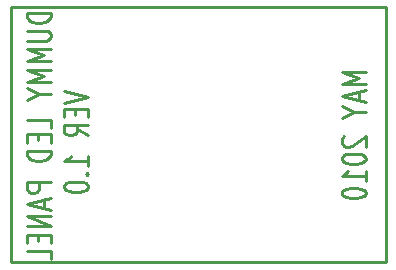
<source format=gbo>
G04 (created by PCBNEW-RS274X (20100406 SVN-R2509)-final) date Tue 04 May 2010 02:57:58 PM PDT*
G01*
G70*
G90*
%MOIN*%
G04 Gerber Fmt 3.4, Leading zero omitted, Abs format*
%FSLAX34Y34*%
G04 APERTURE LIST*
%ADD10C,0.001000*%
%ADD11C,0.009000*%
%ADD12C,0.010000*%
G04 APERTURE END LIST*
G54D10*
G54D11*
X64750Y-36750D02*
X52250Y-36750D01*
X64750Y-45250D02*
X64750Y-36750D01*
X52250Y-45250D02*
X64750Y-45250D01*
X52250Y-36750D02*
X52250Y-45250D01*
G54D12*
X64074Y-38916D02*
X63274Y-38916D01*
X63845Y-39116D01*
X63274Y-39316D01*
X64074Y-39316D01*
X63845Y-39573D02*
X63845Y-39859D01*
X64074Y-39516D02*
X63274Y-39716D01*
X64074Y-39916D01*
X63693Y-40230D02*
X64074Y-40230D01*
X63274Y-40030D02*
X63693Y-40230D01*
X63274Y-40430D01*
X63350Y-41058D02*
X63312Y-41087D01*
X63274Y-41144D01*
X63274Y-41287D01*
X63312Y-41344D01*
X63350Y-41373D01*
X63426Y-41401D01*
X63502Y-41401D01*
X63617Y-41373D01*
X64074Y-41030D01*
X64074Y-41401D01*
X63274Y-41772D02*
X63274Y-41829D01*
X63312Y-41886D01*
X63350Y-41915D01*
X63426Y-41944D01*
X63579Y-41972D01*
X63769Y-41972D01*
X63921Y-41944D01*
X63998Y-41915D01*
X64036Y-41886D01*
X64074Y-41829D01*
X64074Y-41772D01*
X64036Y-41715D01*
X63998Y-41686D01*
X63921Y-41658D01*
X63769Y-41629D01*
X63579Y-41629D01*
X63426Y-41658D01*
X63350Y-41686D01*
X63312Y-41715D01*
X63274Y-41772D01*
X64074Y-42543D02*
X64074Y-42200D01*
X64074Y-42372D02*
X63274Y-42372D01*
X63388Y-42315D01*
X63464Y-42257D01*
X63502Y-42200D01*
X63274Y-42914D02*
X63274Y-42971D01*
X63312Y-43028D01*
X63350Y-43057D01*
X63426Y-43086D01*
X63579Y-43114D01*
X63769Y-43114D01*
X63921Y-43086D01*
X63998Y-43057D01*
X64036Y-43028D01*
X64074Y-42971D01*
X64074Y-42914D01*
X64036Y-42857D01*
X63998Y-42828D01*
X63921Y-42800D01*
X63769Y-42771D01*
X63579Y-42771D01*
X63426Y-42800D01*
X63350Y-42828D01*
X63312Y-42857D01*
X63274Y-42914D01*
X54024Y-39536D02*
X54824Y-39736D01*
X54024Y-39936D01*
X54405Y-40136D02*
X54405Y-40336D01*
X54824Y-40422D02*
X54824Y-40136D01*
X54024Y-40136D01*
X54024Y-40422D01*
X54824Y-41022D02*
X54443Y-40822D01*
X54824Y-40679D02*
X54024Y-40679D01*
X54024Y-40907D01*
X54062Y-40965D01*
X54100Y-40993D01*
X54176Y-41022D01*
X54290Y-41022D01*
X54367Y-40993D01*
X54405Y-40965D01*
X54443Y-40907D01*
X54443Y-40679D01*
X54824Y-42050D02*
X54824Y-41707D01*
X54824Y-41879D02*
X54024Y-41879D01*
X54138Y-41822D01*
X54214Y-41764D01*
X54252Y-41707D01*
X54748Y-42307D02*
X54786Y-42335D01*
X54824Y-42307D01*
X54786Y-42278D01*
X54748Y-42307D01*
X54824Y-42307D01*
X54024Y-42707D02*
X54024Y-42764D01*
X54062Y-42821D01*
X54100Y-42850D01*
X54176Y-42879D01*
X54329Y-42907D01*
X54519Y-42907D01*
X54671Y-42879D01*
X54748Y-42850D01*
X54786Y-42821D01*
X54824Y-42764D01*
X54824Y-42707D01*
X54786Y-42650D01*
X54748Y-42621D01*
X54671Y-42593D01*
X54519Y-42564D01*
X54329Y-42564D01*
X54176Y-42593D01*
X54100Y-42621D01*
X54062Y-42650D01*
X54024Y-42707D01*
X53574Y-36928D02*
X52774Y-36928D01*
X52774Y-37071D01*
X52812Y-37156D01*
X52888Y-37214D01*
X52964Y-37242D01*
X53117Y-37271D01*
X53231Y-37271D01*
X53383Y-37242D01*
X53460Y-37214D01*
X53536Y-37156D01*
X53574Y-37071D01*
X53574Y-36928D01*
X52774Y-37528D02*
X53421Y-37528D01*
X53498Y-37556D01*
X53536Y-37585D01*
X53574Y-37642D01*
X53574Y-37756D01*
X53536Y-37814D01*
X53498Y-37842D01*
X53421Y-37871D01*
X52774Y-37871D01*
X53574Y-38157D02*
X52774Y-38157D01*
X53345Y-38357D01*
X52774Y-38557D01*
X53574Y-38557D01*
X53574Y-38843D02*
X52774Y-38843D01*
X53345Y-39043D01*
X52774Y-39243D01*
X53574Y-39243D01*
X53193Y-39643D02*
X53574Y-39643D01*
X52774Y-39443D02*
X53193Y-39643D01*
X52774Y-39843D01*
X53574Y-40786D02*
X53574Y-40500D01*
X52774Y-40500D01*
X53155Y-40986D02*
X53155Y-41186D01*
X53574Y-41272D02*
X53574Y-40986D01*
X52774Y-40986D01*
X52774Y-41272D01*
X53574Y-41529D02*
X52774Y-41529D01*
X52774Y-41672D01*
X52812Y-41757D01*
X52888Y-41815D01*
X52964Y-41843D01*
X53117Y-41872D01*
X53231Y-41872D01*
X53383Y-41843D01*
X53460Y-41815D01*
X53536Y-41757D01*
X53574Y-41672D01*
X53574Y-41529D01*
X53574Y-42586D02*
X52774Y-42586D01*
X52774Y-42814D01*
X52812Y-42872D01*
X52850Y-42900D01*
X52926Y-42929D01*
X53040Y-42929D01*
X53117Y-42900D01*
X53155Y-42872D01*
X53193Y-42814D01*
X53193Y-42586D01*
X53345Y-43157D02*
X53345Y-43443D01*
X53574Y-43100D02*
X52774Y-43300D01*
X53574Y-43500D01*
X53574Y-43700D02*
X52774Y-43700D01*
X53574Y-44043D01*
X52774Y-44043D01*
X53155Y-44329D02*
X53155Y-44529D01*
X53574Y-44615D02*
X53574Y-44329D01*
X52774Y-44329D01*
X52774Y-44615D01*
X53574Y-45158D02*
X53574Y-44872D01*
X52774Y-44872D01*
M02*

</source>
